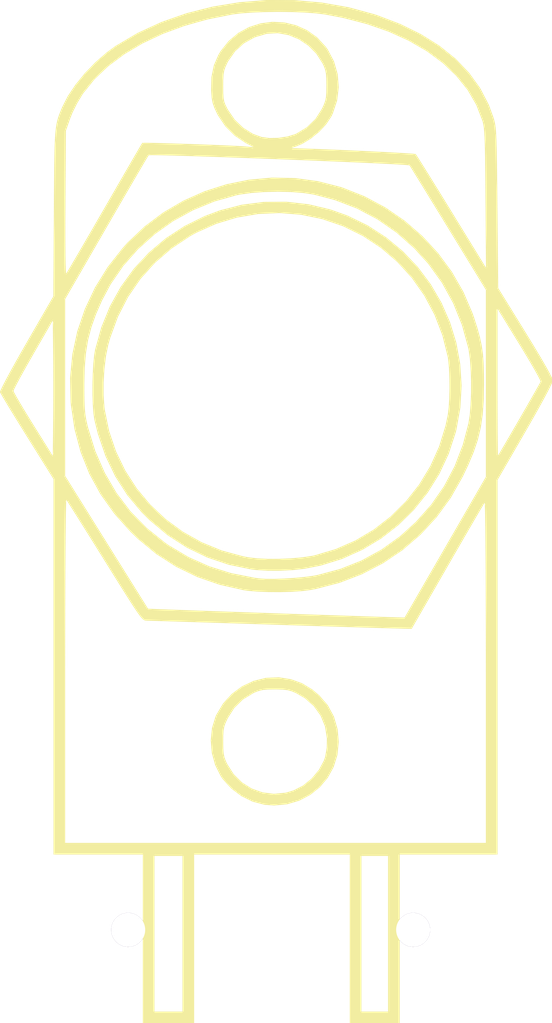
<source format=kicad_pcb>

(kicad_pcb (version 4) (host pcbnew 4.0.7)

	(general
		(links 0)
		(no_connects 0)
		(area 77.052499 41.877835 92.193313 53.630501)
		(thickness 1.6)
		(drawings 8)
		(tracks 0)
		(zones 0)
		(modules 1)
		(nets 1)
	)

	(page A4)
	(layers
		(0 F.Cu signal)
		(31 B.Cu signal)
		(32 B.Adhes user)
		(33 F.Adhes user)
		(34 B.Paste user)
		(35 F.Paste user)
		(36 B.SilkS user)
		(37 F.SilkS user)
		(38 B.Mask user)
		(39 F.Mask user)
		(40 Dwgs.User user)
		(41 Cmts.User user)
		(42 Eco1.User user)
		(43 Eco2.User user)
		(44 Edge.Cuts user)
		(45 Margin user)
		(46 B.CrtYd user)
		(47 F.CrtYd user)
		(48 B.Fab user)
		(49 F.Fab user)
	)

	(setup
		(last_trace_width 0.25)
		(trace_clearance 0.2)
		(zone_clearance 0.508)
		(zone_45_only no)
		(trace_min 0.2)
		(segment_width 0.2)
		(edge_width 0.15)
		(via_size 0.6)
		(via_drill 0.4)
		(via_min_size 0.4)
		(via_min_drill 0.3)
		(uvia_size 0.3)
		(uvia_drill 0.1)
		(uvias_allowed no)
		(uvia_min_size 0.2)
		(uvia_min_drill 0.1)
		(pcb_text_width 0.3)
		(pcb_text_size 1.5 1.5)
		(mod_edge_width 0.15)
		(mod_text_size 1 1)
		(mod_text_width 0.15)
		(pad_size 1.524 1.524)
		(pad_drill 0.762)
		(pad_to_mask_clearance 0.2)
		(aux_axis_origin 0 0)
		(visible_elements FFFFFF7F)
		(pcbplotparams
			(layerselection 0x010f0_80000001)
			(usegerberextensions false)
			(excludeedgelayer true)
			(linewidth 0.100000)
			(plotframeref false)
			(viasonmask false)
			(mode 1)
			(useauxorigin false)
			(hpglpennumber 1)
			(hpglpenspeed 20)
			(hpglpendiameter 15)
			(hpglpenoverlay 2)
			(psnegative false)
			(psa4output false)
			(plotreference true)
			(plotvalue true)
			(plotinvisibletext false)
			(padsonsilk false)
			(subtractmaskfromsilk false)
			(outputformat 1)
			(mirror false)
			(drillshape 1)
			(scaleselection 1)
			(outputdirectory gerbers/))
	)

	(net 0 "")

	(net_class Default "This is the default net class."
		(clearance 0.2)
		(trace_width 0.25)
		(via_dia 0.6)
		(via_drill 0.4)
		(uvia_dia 0.3)
		(uvia_drill 0.1)
	)
(module LOGO (layer F.Cu)
  (at 0 0)
 (fp_text reference "G***" (at 0 0) (layer F.SilkS) hide
  (effects (font (thickness 0.3)))
  )
  (fp_text value "LOGO" (at 0.75 0) (layer F.SilkS) hide
  (effects (font (thickness 0.3)))
  )
)
(module LOGO (layer F.Cu)
  (at 0 0)
 (fp_text reference "G***" (at 0 0) (layer F.SilkS) hide
  (effects (font (thickness 0.3)))
  )
  (fp_text value "LOGO" (at 0.75 0) (layer F.SilkS) hide
  (effects (font (thickness 0.3)))
  )
)
(module LOGO (layer F.Cu)
  (at 0 0)
 (fp_text reference "G***" (at 0 0) (layer F.SilkS) hide
  (effects (font (thickness 0.3)))
  )
  (fp_text value "LOGO" (at 0.75 0) (layer F.SilkS) hide
  (effects (font (thickness 0.3)))
  )
  (fp_poly (pts (xy 0.793007 -15.138824) (xy 1.609634 -15.067402) (xy 2.413166 -14.926125) (xy 3.194688 -14.713943) (xy 3.268898 -14.689582) (xy 3.954967 -14.428093) (xy 4.573432 -14.124328) (xy 5.122767 -13.779632)
     (xy 5.601448 -13.395346) (xy 6.007948 -12.972813) (xy 6.340744 -12.513378) (xy 6.598310 -12.018382) (xy 6.738336 -11.634089) (xy 6.758447 -11.565276) (xy 6.775566 -11.497145) (xy 6.790014 -11.422314)
     (xy 6.802113 -11.333401) (xy 6.812183 -11.223023) (xy 6.820544 -11.083799) (xy 6.827517 -10.908345) (xy 6.833424 -10.689281) (xy 6.838585 -10.419223) (xy 6.843321 -10.090789) (xy 6.847952 -9.696598)
     (xy 6.852800 -9.229266) (xy 6.855734 -8.932334) (xy 6.879166 -6.540500) (xy 7.694083 -5.219795) (xy 7.941435 -4.815605) (xy 8.145100 -4.475652) (xy 8.304383 -4.201161) (xy 8.418587 -3.993360)
     (xy 8.487016 -3.853473) (xy 8.509000 -3.783907) (xy 8.487238 -3.714642) (xy 8.423320 -3.576996) (xy 8.319290 -3.374799) (xy 8.177197 -3.111881) (xy 7.999088 -2.792072) (xy 7.787008 -2.419201)
     (xy 7.683500 -2.239384) (xy 6.858000 -0.810045) (xy 6.858000 10.371666) (xy 3.937000 10.371666) (xy 3.937000 15.409333) (xy 2.455333 15.409333) (xy 2.455333 10.414000) (xy 2.794000 10.414000)
     (xy 2.794000 15.070666) (xy 3.598333 15.070666) (xy 3.598333 10.414000) (xy 2.794000 10.414000) (xy 2.455333 10.414000) (xy 2.455333 10.371666) (xy -2.201334 10.371666) (xy -2.201334 15.409333)
     (xy -3.725334 15.409333) (xy -3.725334 10.414000) (xy -3.386667 10.414000) (xy -3.386667 15.070666) (xy -2.540000 15.070666) (xy -2.540000 10.414000) (xy -3.386667 10.414000) (xy -3.725334 10.414000)
     (xy -3.725334 10.371666) (xy -6.392334 10.371666) (xy -6.392334 4.881033) (xy -6.053667 4.881033) (xy -6.053667 10.033000) (xy 6.519333 10.033000) (xy 6.519333 4.923366) (xy 6.519034 4.244379)
     (xy 6.518161 3.596782) (xy 6.516746 2.985193) (xy 6.514824 2.414230) (xy 6.512428 1.888509) (xy 6.509590 1.412649) (xy 6.506346 0.991266) (xy 6.502728 0.628979) (xy 6.498770 0.330406)
     (xy 6.494505 0.100162) (xy 6.489967 -0.057133) (xy 6.485190 -0.136862) (xy 6.482533 -0.146050) (xy 6.454809 -0.102472) (xy 6.389104 0.007452) (xy 6.289556 0.176616) (xy 6.160300 0.397917)
     (xy 6.005472 0.664252) (xy 5.829208 0.968516) (xy 5.635645 1.303606) (xy 5.428918 1.662418) (xy 5.374607 1.756833) (xy 5.166180 2.119254) (xy 4.970866 2.458820) (xy 4.792664 2.768579)
     (xy 4.635575 3.041582) (xy 4.503598 3.270878) (xy 4.400733 3.449517) (xy 4.330980 3.570549) (xy 4.298340 3.627023) (xy 4.296406 3.630306) (xy 4.254035 3.630528) (xy 4.132965 3.628110)
     (xy 3.939118 3.623228) (xy 3.678415 3.616060) (xy 3.356777 3.606782) (xy 2.980124 3.595570) (xy 2.554379 3.582601) (xy 2.085463 3.568052) (xy 1.579296 3.552099) (xy 1.041799 3.534918)
     (xy 0.478895 3.516687) (xy 0.398415 3.514062) (xy -0.170872 3.495516) (xy -0.717905 3.477781) (xy -1.236509 3.461052) (xy -1.720509 3.445523) (xy -2.163731 3.431391) (xy -2.560000 3.418850)
     (xy -2.903142 3.408096) (xy -3.186981 3.399324) (xy -3.405344 3.392730) (xy -3.552055 3.388508) (xy -3.620940 3.386855) (xy -3.623319 3.386838) (xy -3.654312 3.384556) (xy -3.685706 3.373871)
     (xy -3.721595 3.348901) (xy -3.766070 3.303764) (xy -3.823223 3.232578) (xy -3.897146 3.129460) (xy -3.991931 2.988528) (xy -4.111671 2.803900) (xy -4.260457 2.569693) (xy -4.442381 2.280025)
     (xy -4.661535 1.929014) (xy -4.867661 1.598083) (xy -5.087438 1.245421) (xy -5.294258 0.914228) (xy -5.483700 0.611539) (xy -5.651342 0.344384) (xy -5.792763 0.119798) (xy -5.903541 -0.055188)
     (xy -5.979255 -0.173540) (xy -6.015484 -0.228227) (xy -6.017425 -0.230717) (xy -6.022078 -0.194459) (xy -6.026548 -0.078475) (xy -6.030801 0.112293) (xy -6.034801 0.372904) (xy -6.038513 0.698417)
     (xy -6.041903 1.083891) (xy -6.044934 1.524385) (xy -6.047573 2.014958) (xy -6.049784 2.550669) (xy -6.051532 3.126576) (xy -6.052783 3.737739) (xy -6.053500 4.379216) (xy -6.053667 4.881033)
     (xy -6.392334 4.881033) (xy -6.392334 -0.837939) (xy -7.181763 -2.101720) (xy -7.366325 -2.398279) (xy -7.536626 -2.674032) (xy -7.687405 -2.920296) (xy -7.813400 -3.128391) (xy -7.909349 -3.289633)
     (xy -7.969990 -3.395339) (xy -7.989881 -3.435173) (xy -7.979036 -3.469549) (xy -7.596418 -3.469549) (xy -7.574084 -3.417315) (xy -7.512410 -3.303751) (xy -7.417372 -3.139045) (xy -7.294946 -2.933386)
     (xy -7.151108 -2.696964) (xy -7.003751 -2.459039) (xy -6.413500 -1.513815) (xy -6.402165 -2.534908) (xy -6.399188 -2.906006) (xy -6.397686 -3.327765) (xy -6.397660 -3.766652) (xy -6.399109 -4.189136)
     (xy -6.402034 -4.561685) (xy -6.402165 -4.573543) (xy -6.413500 -5.591086) (xy -7.006167 -4.562960) (xy -7.160223 -4.293314) (xy -7.299202 -4.045451) (xy -7.417696 -3.829388) (xy -7.510297 -3.655144)
     (xy -7.571598 -3.532735) (xy -7.596190 -3.472181) (xy -7.596418 -3.469549) (xy -7.979036 -3.469549) (xy -7.973557 -3.486914) (xy -7.918542 -3.603610) (xy -7.829130 -3.777270) (xy -7.709612 -3.999905)
     (xy -7.564282 -4.263524) (xy -7.397433 -4.560139) (xy -7.213358 -4.881759) (xy -7.202951 -4.899787) (xy -6.444762 -6.212607) (xy -6.053667 -6.212607) (xy -6.053667 -0.930950) (xy -4.818978 1.047942)
     (xy -4.588157 1.417876) (xy -4.371122 1.765688) (xy -4.171947 2.084854) (xy -3.994703 2.368848) (xy -3.843464 2.611147) (xy -3.722301 2.805226) (xy -3.635286 2.944561) (xy -3.586492 3.022627)
     (xy -3.577221 3.037396) (xy -3.535367 3.039897) (xy -3.416157 3.044976) (xy -3.226855 3.052381) (xy -2.974725 3.061859) (xy -2.667031 3.073159) (xy -2.311038 3.086028) (xy -1.914007 3.100216)
     (xy -1.483205 3.115470) (xy -1.025894 3.131539) (xy -0.549338 3.148170) (xy -0.060801 3.165112) (xy 0.432454 3.182113) (xy 0.923161 3.198920) (xy 1.404058 3.215283) (xy 1.867880 3.230949)
     (xy 2.307364 3.245667) (xy 2.715246 3.259184) (xy 3.084262 3.271249) (xy 3.407148 3.281610) (xy 3.676641 3.290015) (xy 3.885476 3.296213) (xy 3.897259 3.296547) (xy 4.090353 3.302000)
     (xy 6.519333 -0.901840) (xy 6.519333 -3.725180) (xy 6.858000 -3.725180) (xy 6.858317 -3.301699) (xy 6.859230 -2.905425) (xy 6.860677 -2.544109) (xy 6.862598 -2.225503) (xy 6.864932 -1.957359)
     (xy 6.867619 -1.747428) (xy 6.870597 -1.603462) (xy 6.873807 -1.533214) (xy 6.875185 -1.527528) (xy 6.899935 -1.567293) (xy 6.961555 -1.671151) (xy 7.054632 -1.829837) (xy 7.173756 -2.034091)
     (xy 7.313515 -2.274650) (xy 7.468497 -2.542252) (xy 7.514460 -2.621763) (xy 7.673226 -2.897073) (xy 7.818328 -3.149738) (xy 7.944297 -3.370152) (xy 8.045665 -3.548707) (xy 8.116962 -3.675800)
     (xy 8.152721 -3.741822) (xy 8.155560 -3.747898) (xy 8.138987 -3.795188) (xy 8.082887 -3.904935) (xy 7.992591 -4.067790) (xy 7.873431 -4.274403) (xy 7.730738 -4.515427) (xy 7.569843 -4.781510)
     (xy 7.516285 -4.868954) (xy 6.858000 -5.940470) (xy 6.858000 -3.725180) (xy 6.519333 -3.725180) (xy 6.519333 -6.490515) (xy 5.390478 -8.335841) (xy 5.170924 -8.694535) (xy 4.964502 -9.031374)
     (xy 4.775465 -9.339445) (xy 4.608068 -9.611833) (xy 4.466564 -9.841627) (xy 4.355207 -10.021910) (xy 4.278252 -10.145771) (xy 4.239952 -10.206295) (xy 4.236686 -10.211009) (xy 4.190821 -10.218071)
     (xy 4.067595 -10.227658) (xy 3.874259 -10.239489) (xy 3.618062 -10.253282) (xy 3.306255 -10.268757) (xy 2.946088 -10.285632) (xy 2.544811 -10.303628) (xy 2.109674 -10.322462) (xy 1.647927 -10.341855)
     (xy 1.166821 -10.361524) (xy 0.673605 -10.381189) (xy 0.175529 -10.400570) (xy -0.320157 -10.419384) (xy -0.806201 -10.437352) (xy -1.275355 -10.454192) (xy -1.720369 -10.469624) (xy -2.133991 -10.483365)
     (xy -2.508973 -10.495137) (xy -2.838063 -10.504656) (xy -3.114012 -10.511643) (xy -3.329570 -10.515817) (xy -3.477487 -10.516897) (xy -3.550512 -10.514601) (xy -3.556977 -10.513018) (xy -3.583795 -10.470806)
     (xy -3.649032 -10.361814) (xy -3.748845 -10.192627) (xy -3.879389 -9.969830) (xy -4.036823 -9.700009) (xy -4.217302 -9.389748) (xy -4.416984 -9.045632) (xy -4.632025 -8.674246) (xy -4.822278 -8.345054)
     (xy -6.053667 -6.212607) (xy -6.444762 -6.212607) (xy -6.397334 -6.294728) (xy -6.385714 -8.181546) (xy -6.047829 -8.181546) (xy -6.046674 -7.811969) (xy -6.043939 -7.502440) (xy -6.039686 -7.258042)
     (xy -6.033973 -7.083861) (xy -6.026864 -6.984982) (xy -6.019859 -6.963834) (xy -5.991858 -7.007688) (xy -5.925729 -7.117957) (xy -5.825549 -7.287660) (xy -5.695394 -7.509815) (xy -5.539340 -7.777439)
     (xy -5.361463 -8.083551) (xy -5.165840 -8.421169) (xy -4.956548 -8.783310) (xy -4.870572 -8.932334) (xy -4.657758 -9.301178) (xy -4.457735 -9.647452) (xy -4.274479 -9.964300) (xy -4.111964 -10.244870)
     (xy -3.974166 -10.482307) (xy -3.865060 -10.669756) (xy -3.788622 -10.800363) (xy -3.748827 -10.867275) (xy -3.744021 -10.874710) (xy -3.699381 -10.877354) (xy -3.581654 -10.876822) (xy -3.402344 -10.873510)
     (xy -3.172956 -10.867815) (xy -2.904994 -10.860132) (xy -2.609962 -10.850859) (xy -2.299364 -10.840390) (xy -1.984705 -10.829123) (xy -1.677488 -10.817455) (xy -1.389219 -10.805780) (xy -1.131402 -10.794496)
     (xy -0.915540 -10.783998) (xy -0.753138 -10.774683) (xy -0.677334 -10.769071) (xy -0.402167 -10.744720) (xy -0.656167 -10.878218) (xy -0.980690 -11.094813) (xy -1.261630 -11.375388) (xy -1.483607 -11.704090)
     (xy -1.513509 -11.761872) (xy -1.592395 -11.931374) (xy -1.641175 -12.072892) (xy -1.668711 -12.221975) (xy -1.683861 -12.414172) (xy -1.685821 -12.453258) (xy -1.682951 -12.573000) (xy -1.333500 -12.573000)
     (xy -1.332000 -12.370002) (xy -1.324086 -12.226545) (xy -1.304643 -12.117511) (xy -1.268552 -12.017785) (xy -1.210697 -11.902251) (xy -1.188419 -11.860914) (xy -0.987547 -11.569251) (xy -0.733566 -11.326601)
     (xy -0.441876 -11.145355) (xy -0.180575 -11.050026) (xy 0.053101 -11.018845) (xy 0.323409 -11.025420) (xy 0.593233 -11.066138) (xy 0.825459 -11.137385) (xy 0.855668 -11.150913) (xy 1.175547 -11.344727)
     (xy 1.431043 -11.593337) (xy 1.617694 -11.886661) (xy 1.682476 -12.024871) (xy 1.723316 -12.138521) (xy 1.745678 -12.255373) (xy 1.755027 -12.403190) (xy 1.756833 -12.593516) (xy 1.754217 -12.799684)
     (xy 1.743294 -12.947660) (xy 1.719451 -13.063836) (xy 1.678075 -13.174607) (xy 1.641790 -13.251745) (xy 1.456697 -13.541986) (xy 1.216318 -13.785255) (xy 0.934362 -13.974242) (xy 0.624538 -14.101637)
     (xy 0.300553 -14.160129) (xy -0.023884 -14.142410) (xy -0.027271 -14.141788) (xy -0.388928 -14.035044) (xy -0.706802 -13.859329) (xy -0.973594 -13.620066) (xy -1.182003 -13.322673) (xy -1.214189 -13.260470)
     (xy -1.269083 -13.140583) (xy -1.304073 -13.034136) (xy -1.323545 -12.915857) (xy -1.331885 -12.760470) (xy -1.333500 -12.573000) (xy -1.682951 -12.573000) (xy -1.676457 -12.843870) (xy -1.605514 -13.189325)
     (xy -1.468799 -13.506717) (xy -1.398807 -13.623403) (xy -1.157971 -13.924503) (xy -0.872875 -14.161914) (xy -0.554143 -14.335510) (xy -0.212399 -14.445164) (xy 0.141735 -14.490751) (xy 0.497635 -14.472143)
     (xy 0.844677 -14.389215) (xy 1.172238 -14.241840) (xy 1.469694 -14.029893) (xy 1.726422 -13.753246) (xy 1.791459 -13.661320) (xy 1.977154 -13.307591) (xy 2.085687 -12.929311) (xy 2.116447 -12.538102)
     (xy 2.068823 -12.145585) (xy 1.942202 -11.763384) (xy 1.896402 -11.667404) (xy 1.743468 -11.436465) (xy 1.531110 -11.209749) (xy 1.283075 -11.007306) (xy 1.023114 -10.849185) (xy 0.835929 -10.772154)
     (xy 0.731958 -10.738016) (xy 0.703469 -10.721069) (xy 0.744639 -10.714887) (xy 0.783166 -10.713924) (xy 0.971428 -10.709579) (xy 1.212296 -10.702047) (xy 1.495354 -10.691822) (xy 1.810183 -10.679397)
     (xy 2.146366 -10.665266) (xy 2.493486 -10.649922) (xy 2.841124 -10.633859) (xy 3.178864 -10.617571) (xy 3.496287 -10.601551) (xy 3.782976 -10.586292) (xy 4.028514 -10.572288) (xy 4.222482 -10.560033)
     (xy 4.354463 -10.550020) (xy 4.414041 -10.542742) (xy 4.416224 -10.541808) (xy 4.444793 -10.500214) (xy 4.513039 -10.393651) (xy 4.616445 -10.229371) (xy 4.750499 -10.014623) (xy 4.910685 -9.756660)
     (xy 5.092490 -9.462732) (xy 5.291399 -9.140090) (xy 5.487292 -8.821410) (xy 6.523637 -7.133167) (xy 6.508233 -9.207500) (xy 6.504389 -9.688942) (xy 6.500413 -10.093528) (xy 6.496000 -10.429071)
     (xy 6.490847 -10.703381) (xy 6.484650 -10.924270) (xy 6.477104 -11.099549) (xy 6.467905 -11.237029) (xy 6.456749 -11.344522) (xy 6.443331 -11.429840) (xy 6.427348 -11.500792) (xy 6.417558 -11.535834)
     (xy 6.231568 -12.016029) (xy 5.968639 -12.466879) (xy 5.632028 -12.886179) (xy 5.224996 -13.271724) (xy 4.750800 -13.621310) (xy 4.212699 -13.932732) (xy 3.613954 -14.203785) (xy 2.957821 -14.432264)
     (xy 2.247561 -14.615965) (xy 1.714500 -14.717624) (xy 1.437777 -14.751863) (xy 1.098141 -14.776256) (xy 0.716772 -14.790793) (xy 0.314851 -14.795464) (xy -0.086442 -14.790258) (xy -0.465928 -14.775165)
     (xy -0.802425 -14.750176) (xy -1.052555 -14.718965) (xy -1.789390 -14.571925) (xy -2.486421 -14.376599) (xy -3.137919 -14.136045) (xy -3.738160 -13.853318) (xy -4.281418 -13.531476) (xy -4.761966 -13.173576)
     (xy -5.174079 -12.782673) (xy -5.512030 -12.361825) (xy -5.536887 -12.325166) (xy -5.697148 -12.058777) (xy -5.835392 -11.778808) (xy -5.906746 -11.599334) (xy -6.031889 -11.239500) (xy -6.045156 -9.080500)
     (xy -6.047343 -8.606085) (xy -6.047829 -8.181546) (xy -6.385714 -8.181546) (xy -6.382107 -8.767114) (xy -6.378780 -9.302108) (xy -6.375501 -9.759944) (xy -6.371678 -10.148129) (xy -6.366721 -10.474170)
     (xy -6.360036 -10.745572) (xy -6.351033 -10.969843) (xy -6.339121 -11.154489) (xy -6.323707 -11.307016) (xy -6.304201 -11.434932) (xy -6.280010 -11.545742) (xy -6.250544 -11.646953) (xy -6.215210 -11.746073)
     (xy -6.173418 -11.850606) (xy -6.131114 -11.952348) (xy -5.965092 -12.276853) (xy -5.735509 -12.617848) (xy -5.456783 -12.958842) (xy -5.143332 -13.283344) (xy -4.809573 -13.574863) (xy -4.541159 -13.770911)
     (xy -3.882494 -14.159115) (xy -3.174517 -14.484805) (xy -2.426144 -14.746930) (xy -1.646290 -14.944444) (xy -0.843870 -15.076296) (xy -0.027799 -15.141439) (xy 0.793007 -15.138824) )(layer F.SilkS) (width  0.010000)
  )
  (fp_poly (pts (xy 0.700189 5.145701) (xy 1.025378 5.264307) (xy 1.326750 5.448523) (xy 1.537528 5.625917) (xy 1.790991 5.919356) (xy 1.973658 6.256826) (xy 2.083001 6.632274) (xy 2.116666 7.011273)
     (xy 2.077372 7.402198) (xy 1.964762 7.762529) (xy 1.786742 8.085571) (xy 1.551220 8.364629) (xy 1.266103 8.593008) (xy 0.939299 8.764012) (xy 0.578714 8.870948) (xy 0.192256 8.907119)
     (xy -0.097067 8.885660) (xy -0.447245 8.794395) (xy -0.782031 8.629807) (xy -1.084091 8.403219) (xy -1.336090 8.125953) (xy -1.398807 8.035402) (xy -1.564817 7.705578) (xy -1.664518 7.343405)
     (xy -1.693288 7.005515) (xy -1.333500 7.005515) (xy -1.330986 7.210715) (xy -1.320260 7.357988) (xy -1.296553 7.474003) (xy -1.255094 7.585429) (xy -1.214189 7.672469) (xy -1.019977 7.977773)
     (xy -0.772032 8.224324) (xy -0.481539 8.407669) (xy -0.159683 8.523355) (xy 0.182352 8.566932) (xy 0.533381 8.533945) (xy 0.774845 8.464270) (xy 1.058630 8.317948) (xy 1.315574 8.108561)
     (xy 1.528603 7.854237) (xy 1.680647 7.573106) (xy 1.719399 7.461243) (xy 1.767502 7.185373) (xy 1.771699 6.905598) (xy 1.715124 6.549443) (xy 1.582694 6.225473) (xy 1.379549 5.941217)
     (xy 1.110832 5.704202) (xy 0.846666 5.551091) (xy 0.718548 5.496736) (xy 0.597799 5.463548) (xy 0.455928 5.446569) (xy 0.264443 5.440842) (xy 0.211666 5.440598) (xy 0.006812 5.443514)
     (xy -0.142251 5.456519) (xy -0.264244 5.484612) (xy -0.387889 5.532797) (xy -0.430748 5.552457) (xy -0.744832 5.745020) (xy -1.003607 5.999881) (xy -1.195920 6.301826) (xy -1.260031 6.438824)
     (xy -1.300432 6.552053) (xy -1.322535 6.669193) (xy -1.331751 6.817924) (xy -1.333500 7.005515) (xy -1.693288 7.005515) (xy -1.696521 6.967550) (xy -1.659436 6.596679) (xy -1.551872 6.249459)
     (xy -1.534656 6.211323) (xy -1.330230 5.868053) (xy -1.069629 5.580708) (xy -0.762964 5.354106) (xy -0.420343 5.193069) (xy -0.051878 5.102417) (xy 0.332322 5.086973) (xy 0.700189 5.145701) )(layer F.SilkS) (width  0.010000)
  )
  (fp_poly (pts (xy 0.822272 -9.823213) (xy 1.510448 -9.729422) (xy 2.188100 -9.554972) (xy 2.233819 -9.540067) (xy 2.891029 -9.279728) (xy 3.510692 -8.948142) (xy 4.087025 -8.551026) (xy 4.614244 -8.094101)
     (xy 5.086567 -7.583084) (xy 5.498212 -7.023694) (xy 5.843394 -6.421651) (xy 6.116332 -5.782673) (xy 6.159432 -5.657906) (xy 6.258083 -5.348825) (xy 6.332645 -5.079206) (xy 6.386290 -4.827660)
     (xy 6.422186 -4.572797) (xy 6.443505 -4.293229) (xy 6.453415 -3.967568) (xy 6.455261 -3.661834) (xy 6.445942 -3.177604) (xy 6.415368 -2.754861) (xy 6.358556 -2.372006) (xy 6.270524 -2.007436)
     (xy 6.146289 -1.639551) (xy 5.980869 -1.246751) (xy 5.820535 -0.910167) (xy 5.461884 -0.277762) (xy 5.040177 0.300214) (xy 4.559817 0.820497) (xy 4.025205 1.279823) (xy 3.440743 1.674930)
     (xy 2.810833 2.002553) (xy 2.139876 2.259430) (xy 1.432275 2.442298) (xy 1.253871 2.475433) (xy 1.008647 2.505744) (xy 0.705238 2.525335) (xy 0.369041 2.534189) (xy 0.025453 2.532284)
     (xy -0.300129 2.519602) (xy -0.582308 2.496124) (xy -0.719667 2.476941) (xy -1.435594 2.315500) (xy -2.105536 2.083523) (xy -2.732836 1.779288) (xy -3.320836 1.401074) (xy -3.872876 0.947159)
     (xy -4.085757 0.742622) (xy -4.577012 0.194957) (xy -4.990147 -0.385170) (xy -5.325791 -0.999115) (xy -5.584570 -1.648237) (xy -5.767112 -2.333893) (xy -5.874044 -3.057441) (xy -5.881581 -3.143871)
     (xy -5.893505 -3.670492) (xy -5.480695 -3.670492) (xy -5.480673 -3.640667) (xy -5.479177 -3.343970) (xy -5.474810 -3.113515) (xy -5.465928 -2.930886) (xy -5.450889 -2.777667) (xy -5.428049 -2.635444)
     (xy -5.395763 -2.485800) (xy -5.367173 -2.368801) (xy -5.151595 -1.670752) (xy -4.867860 -1.020718) (xy -4.517472 -0.420881) (xy -4.101932 0.126574) (xy -3.622744 0.619465) (xy -3.081410 1.055607)
     (xy -2.946742 1.148689) (xy -2.362161 1.495800) (xy -1.748756 1.770003) (xy -1.097729 1.974514) (xy -0.400281 2.112546) (xy -0.254000 2.132514) (xy -0.063148 2.145589) (xy 0.187883 2.146883)
     (xy 0.475625 2.137720) (xy 0.776610 2.119423) (xy 1.067371 2.093314) (xy 1.324438 2.060716) (xy 1.468475 2.035425) (xy 2.153988 1.854141) (xy 2.795428 1.600715) (xy 3.394480 1.274242)
     (xy 3.952829 0.873815) (xy 4.424554 0.446825) (xy 4.883740 -0.069337) (xy 5.269657 -0.623758) (xy 5.584606 -1.220751) (xy 5.830893 -1.864627) (xy 5.997868 -2.497667) (xy 6.036842 -2.747983)
     (xy 6.063084 -3.058355) (xy 6.076618 -3.405573) (xy 6.077469 -3.766425) (xy 6.065662 -4.117703) (xy 6.041222 -4.436195) (xy 6.004172 -4.698692) (xy 5.995489 -4.741334) (xy 5.803489 -5.440472)
     (xy 5.540882 -6.093199) (xy 5.206826 -6.701072) (xy 4.800478 -7.265651) (xy 4.382998 -7.727332) (xy 3.854635 -8.197417) (xy 3.282008 -8.595371) (xy 2.665638 -8.920913) (xy 2.006044 -9.173767)
     (xy 1.375833 -9.338966) (xy 1.063525 -9.386854) (xy 0.694622 -9.415304) (xy 0.294884 -9.424532) (xy -0.109930 -9.414754) (xy -0.494061 -9.386188) (xy -0.831749 -9.339049) (xy -0.927895 -9.319612)
     (xy -1.596909 -9.130420) (xy -2.232351 -8.869620) (xy -2.828141 -8.541965) (xy -3.378196 -8.152209) (xy -3.876436 -7.705105) (xy -4.316779 -7.205405) (xy -4.693143 -6.657864) (xy -4.950012 -6.175966)
     (xy -5.131007 -5.761508) (xy -5.268910 -5.374815) (xy -5.368276 -4.994128) (xy -5.433659 -4.597685) (xy -5.469614 -4.163726) (xy -5.480695 -3.670492) (xy -5.893505 -3.670492) (xy -5.897723 -3.856766)
     (xy -5.831207 -4.559714) (xy -5.683913 -5.247451) (xy -5.457718 -5.914715) (xy -5.154503 -6.556244) (xy -4.776147 -7.166776) (xy -4.324527 -7.741047) (xy -4.185220 -7.894609) (xy -3.675885 -8.378655)
     (xy -3.118623 -8.797028) (xy -2.520739 -9.147853) (xy -1.889541 -9.429257) (xy -1.232334 -9.639368) (xy -0.556425 -9.776313) (xy 0.130879 -9.838219) (xy 0.822272 -9.823213) )(layer F.SilkS) (width  0.010000)
  )
  (fp_poly (pts (xy 1.223368 -9.041331) (xy 1.875273 -8.886154) (xy 2.377585 -8.706596) (xy 2.981047 -8.412746) (xy 3.534392 -8.054830) (xy 4.034528 -7.639043) (xy 4.478365 -7.171579) (xy 4.862811 -6.658634)
     (xy 5.184775 -6.106404) (xy 5.441168 -5.521083) (xy 5.628898 -4.908867) (xy 5.744875 -4.275951) (xy 5.786007 -3.628531) (xy 5.749204 -2.972800) (xy 5.631375 -2.314956) (xy 5.609596 -2.228260)
     (xy 5.401219 -1.589800) (xy 5.120497 -0.989189) (xy 4.772919 -0.431367) (xy 4.363972 0.078727) (xy 3.899144 0.536155) (xy 3.383925 0.935978) (xy 2.823801 1.273257) (xy 2.224261 1.543054)
     (xy 1.590793 1.740430) (xy 1.089910 1.838981) (xy 0.745519 1.876855) (xy 0.370306 1.895729) (xy -0.003310 1.895216) (xy -0.342911 1.874928) (xy -0.485943 1.857816) (xy -1.163932 1.717765)
     (xy -1.807679 1.500402) (xy -2.415842 1.206425) (xy -2.987084 0.836535) (xy -3.520064 0.391431) (xy -3.768547 0.144301) (xy -4.192662 -0.361871) (xy -4.550329 -0.918898) (xy -4.842154 -1.527967)
     (xy -5.068744 -2.190265) (xy -5.171435 -2.603500) (xy -5.199840 -2.795286) (xy -5.218747 -3.050188) (xy -5.227791 -3.329721) (xy -4.905140 -3.329721) (xy -4.879809 -2.975991) (xy -4.872049 -2.916186)
     (xy -4.739926 -2.271730) (xy -4.532570 -1.659859) (xy -4.254769 -1.085496) (xy -3.911308 -0.553563) (xy -3.506976 -0.068983) (xy -3.046559 0.363322) (xy -2.534845 0.738430) (xy -1.976620 1.051417)
     (xy -1.376673 1.297363) (xy -0.739789 1.471343) (xy -0.574161 1.503228) (xy -0.313646 1.534277) (xy 0.003814 1.549049) (xy 0.352232 1.548308) (xy 0.705619 1.532821) (xy 1.037987 1.503354)
     (xy 1.323348 1.460671) (xy 1.397000 1.445153) (xy 2.028511 1.257907) (xy 2.622380 0.997739) (xy 3.173712 0.669806) (xy 3.677611 0.279263) (xy 4.129183 -0.168735) (xy 4.523533 -0.669030)
     (xy 4.855766 -1.216469) (xy 5.120988 -1.805894) (xy 5.314303 -2.432151) (xy 5.381432 -2.751667) (xy 5.408361 -2.966737) (xy 5.425514 -3.238427) (xy 5.432901 -3.541333) (xy 5.430532 -3.850048)
     (xy 5.418417 -4.139168) (xy 5.396566 -4.383287) (xy 5.380745 -4.487334) (xy 5.218692 -5.135655) (xy 4.982932 -5.748657) (xy 4.677697 -6.321069) (xy 4.307218 -6.847618) (xy 3.875728 -7.323032)
     (xy 3.387458 -7.742039) (xy 2.846642 -8.099366) (xy 2.257510 -8.389741) (xy 2.243666 -8.395491) (xy 1.625577 -8.606481) (xy 0.992088 -8.737026) (xy 0.351139 -8.787646) (xy -0.289330 -8.758861)
     (xy -0.921378 -8.651188) (xy -1.537066 -8.465148) (xy -2.128454 -8.201259) (xy -2.316806 -8.097251) (xy -2.875348 -7.726160) (xy -3.372067 -7.297699) (xy -3.805323 -6.814049) (xy -4.173476 -6.277392)
     (xy -4.474885 -5.689910) (xy -4.707910 -5.053784) (xy -4.769058 -4.835345) (xy -4.835412 -4.506412) (xy -4.881302 -4.125471) (xy -4.905091 -3.723061) (xy -4.905140 -3.329721) (xy -5.227791 -3.329721)
     (xy -5.228358 -3.347215) (xy -5.228878 -3.665374) (xy -5.220510 -3.983675) (xy -5.203458 -4.281123) (xy -5.177925 -4.536729) (xy -5.151099 -4.699000) (xy -4.966684 -5.366499) (xy -4.709779 -5.995045)
     (xy -4.384469 -6.580082) (xy -3.994840 -7.117054) (xy -3.544977 -7.601404) (xy -3.038965 -8.028575) (xy -2.480889 -8.394012) (xy -1.874834 -8.693158) (xy -1.418167 -8.862643) (xy -0.771209 -9.027986)
     (xy -0.109130 -9.112627) (xy 0.558814 -9.116949) (xy 1.223368 -9.041331) )(layer F.SilkS) (width  0.010000)
  )
)
(module LOGO (layer F.Cu)
  (at 0 0)
 (fp_text reference "G***" (at 0 0) (layer F.SilkS) hide
  (effects (font (thickness 0.3)))
  )
  (fp_text value "LOGO" (at 0.75 0) (layer F.SilkS) hide
  (effects (font (thickness 0.3)))
  )
)
(module LOGO (layer F.Cu)
  (at 0 0)
 (fp_text reference "G***" (at 0 0) (layer F.SilkS) hide
  (effects (font (thickness 0.3)))
  )
  (fp_text value "LOGO" (at 0.75 0) (layer F.SilkS) hide
  (effects (font (thickness 0.3)))
  )
)

                (module Wire_Pads:SolderWirePad_single_0-8mmDrill (layer F.Cu) (tedit 0) (tstamp 5ABD66D0)
                    (at -4.1675644 12.625368)
                    (pad 1 thru_hole circle (at 0 0) (size 1.01600004 1.01600004) (drill 1.01600004) (layers *.Cu *.Mask))
                )
            
                (module Wire_Pads:SolderWirePad_single_0-8mmDrill (layer F.Cu) (tedit 0) (tstamp 5ABD66D0)
                    (at 4.343901 12.625368)
                    (pad 2 thru_hole circle (at 0 0) (size 1.01600004 1.01600004) (drill 1.01600004) (layers *.Cu *.Mask))
                )
            
)

</source>
